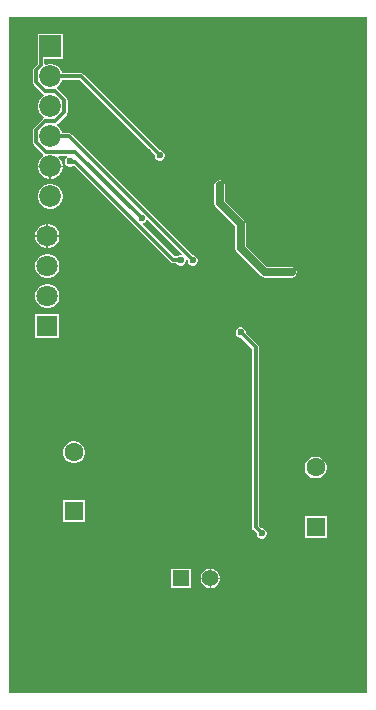
<source format=gbr>
G04*
G04 #@! TF.GenerationSoftware,Altium Limited,Altium Designer,25.7.1 (20)*
G04*
G04 Layer_Physical_Order=2*
G04 Layer_Color=16711680*
%FSLAX44Y44*%
%MOMM*%
G71*
G04*
G04 #@! TF.SameCoordinates,265DE244-54D5-4CCD-A973-AF3357FD315F*
G04*
G04*
G04 #@! TF.FilePolarity,Positive*
G04*
G01*
G75*
%ADD55R,1.8400X1.8400*%
%ADD56C,1.8400*%
%ADD64C,0.6350*%
%ADD66C,0.3048*%
%ADD70C,1.4000*%
%ADD71C,1.8000*%
%ADD72R,1.8000X1.8000*%
%ADD73C,1.6000*%
%ADD74R,1.6000X1.6000*%
%ADD75R,1.4000X1.4000*%
%ADD76C,0.6000*%
G36*
X1770881Y261119D02*
X1467619D01*
Y833621D01*
X1770881D01*
Y261119D01*
D02*
G37*
%LPC*%
G36*
X1512970Y819170D02*
X1492030D01*
Y801299D01*
X1491975Y801024D01*
X1491975Y801024D01*
Y793766D01*
X1488492Y790282D01*
X1487874Y789358D01*
X1487657Y788268D01*
X1487657Y788268D01*
Y778332D01*
X1487657Y778332D01*
X1487874Y777242D01*
X1488492Y776318D01*
X1496224Y768586D01*
X1496828Y768182D01*
X1496951Y767090D01*
X1496873Y766741D01*
X1496071Y766278D01*
X1494122Y764329D01*
X1492744Y761941D01*
X1492030Y759278D01*
Y756522D01*
X1492744Y753859D01*
X1494122Y751471D01*
X1496071Y749522D01*
X1496873Y749059D01*
X1496951Y748710D01*
X1496828Y747618D01*
X1496224Y747214D01*
X1496223Y747214D01*
X1488492Y739482D01*
X1487874Y738558D01*
X1487657Y737468D01*
X1487657Y737468D01*
Y727532D01*
X1487657Y727532D01*
X1487874Y726442D01*
X1488492Y725518D01*
X1496701Y717308D01*
X1496752Y716154D01*
X1496691Y715836D01*
X1496071Y715478D01*
X1494122Y713529D01*
X1492744Y711141D01*
X1492030Y708478D01*
Y707735D01*
X1502500D01*
X1512970D01*
Y708478D01*
X1512256Y711141D01*
X1510878Y713529D01*
X1509431Y714975D01*
X1509958Y716245D01*
X1516624D01*
X1516876Y714975D01*
X1516501Y714820D01*
X1515300Y713619D01*
X1514650Y712049D01*
Y710351D01*
X1515300Y708781D01*
X1516501Y707580D01*
X1518071Y706930D01*
X1519769D01*
X1521339Y707580D01*
X1521828Y708070D01*
X1522528D01*
X1604667Y625930D01*
X1604667Y625930D01*
X1605591Y625313D01*
X1606681Y625096D01*
X1609224D01*
X1609280Y624961D01*
X1610481Y623760D01*
X1612051Y623110D01*
X1613749D01*
X1615319Y623760D01*
X1616520Y624961D01*
X1617170Y626531D01*
Y627094D01*
X1617428Y627389D01*
X1618440Y627790D01*
X1618790Y627467D01*
Y626531D01*
X1619440Y624961D01*
X1620641Y623760D01*
X1622211Y623110D01*
X1623909D01*
X1625479Y623760D01*
X1626680Y624961D01*
X1627330Y626531D01*
Y628229D01*
X1626680Y629799D01*
X1625479Y631000D01*
X1623909Y631650D01*
X1623393D01*
X1520528Y734514D01*
X1519604Y735132D01*
X1518514Y735349D01*
X1518514Y735349D01*
X1512576D01*
X1512256Y736541D01*
X1510878Y738929D01*
X1508929Y740878D01*
X1508127Y741341D01*
X1508049Y741690D01*
X1508172Y742782D01*
X1508776Y743186D01*
X1516508Y750918D01*
X1516508Y750918D01*
X1517126Y751842D01*
X1517343Y752932D01*
X1517343Y752932D01*
Y762868D01*
X1517343Y762868D01*
X1517126Y763958D01*
X1516508Y764882D01*
X1516508Y764883D01*
X1508777Y772614D01*
X1508172Y773018D01*
X1508049Y774110D01*
X1508127Y774459D01*
X1508929Y774922D01*
X1510878Y776871D01*
X1512256Y779259D01*
X1512576Y780451D01*
X1527494D01*
X1590850Y717095D01*
Y715431D01*
X1591500Y713861D01*
X1592701Y712660D01*
X1594271Y712010D01*
X1595969D01*
X1597539Y712660D01*
X1598740Y713861D01*
X1599390Y715431D01*
Y717129D01*
X1598740Y718699D01*
X1597539Y719900D01*
X1595969Y720550D01*
X1595453D01*
X1530688Y785314D01*
X1529764Y785932D01*
X1528674Y786149D01*
X1528674Y786149D01*
X1512576D01*
X1512256Y787341D01*
X1510878Y789729D01*
X1508929Y791678D01*
X1506541Y793056D01*
X1503878Y793770D01*
X1501122D01*
X1498943Y793186D01*
X1497673Y793932D01*
Y798230D01*
X1512970D01*
Y819170D01*
D02*
G37*
G36*
Y706465D02*
X1503135D01*
Y696630D01*
X1503878D01*
X1506541Y697344D01*
X1508929Y698722D01*
X1510878Y700671D01*
X1512256Y703059D01*
X1512970Y705722D01*
Y706465D01*
D02*
G37*
G36*
X1501865D02*
X1492030D01*
Y705722D01*
X1492744Y703059D01*
X1494122Y700671D01*
X1496071Y698722D01*
X1498459Y697344D01*
X1501122Y696630D01*
X1501865D01*
Y706465D01*
D02*
G37*
G36*
X1503878Y692170D02*
X1501122D01*
X1498459Y691457D01*
X1496071Y690078D01*
X1494122Y688129D01*
X1492744Y685741D01*
X1492030Y683078D01*
Y680322D01*
X1492744Y677659D01*
X1494122Y675271D01*
X1496071Y673322D01*
X1498459Y671944D01*
X1501122Y671230D01*
X1503878D01*
X1506541Y671944D01*
X1508929Y673322D01*
X1510878Y675271D01*
X1512256Y677659D01*
X1512970Y680322D01*
Y683078D01*
X1512256Y685741D01*
X1510878Y688129D01*
X1508929Y690078D01*
X1506541Y691457D01*
X1503878Y692170D01*
D02*
G37*
G36*
X1501352Y658370D02*
X1500635D01*
Y648735D01*
X1510270D01*
Y649452D01*
X1509570Y652064D01*
X1508218Y654406D01*
X1506306Y656318D01*
X1503964Y657670D01*
X1501352Y658370D01*
D02*
G37*
G36*
X1499365D02*
X1498648D01*
X1496036Y657670D01*
X1493694Y656318D01*
X1491782Y654406D01*
X1490430Y652064D01*
X1489730Y649452D01*
Y648735D01*
X1499365D01*
Y658370D01*
D02*
G37*
G36*
X1510270Y647465D02*
X1500635D01*
Y637830D01*
X1501352D01*
X1503964Y638530D01*
X1506306Y639882D01*
X1508218Y641794D01*
X1509570Y644136D01*
X1510270Y646748D01*
Y647465D01*
D02*
G37*
G36*
X1499365D02*
X1489730D01*
Y646748D01*
X1490430Y644136D01*
X1491782Y641794D01*
X1493694Y639882D01*
X1496036Y638530D01*
X1498648Y637830D01*
X1499365D01*
Y647465D01*
D02*
G37*
G36*
X1645920Y695412D02*
X1644186Y695067D01*
X1642715Y694085D01*
X1641733Y692614D01*
X1641388Y690880D01*
Y675640D01*
X1641733Y673906D01*
X1642715Y672435D01*
X1659168Y655983D01*
Y637540D01*
X1659513Y635806D01*
X1660495Y634335D01*
X1680815Y614015D01*
X1682286Y613033D01*
X1684020Y612688D01*
X1684020Y612688D01*
X1706880D01*
X1708614Y613033D01*
X1710085Y614015D01*
X1711067Y615486D01*
X1711412Y617220D01*
X1711067Y618954D01*
X1710085Y620425D01*
X1708614Y621407D01*
X1706880Y621752D01*
X1685897D01*
X1668232Y639417D01*
Y657860D01*
X1667887Y659594D01*
X1666905Y661065D01*
X1666905Y661065D01*
X1650452Y677517D01*
Y690880D01*
X1650107Y692614D01*
X1649125Y694085D01*
X1647654Y695067D01*
X1645920Y695412D01*
D02*
G37*
G36*
X1501352Y632970D02*
X1498648D01*
X1496036Y632270D01*
X1493694Y630918D01*
X1491782Y629006D01*
X1490430Y626664D01*
X1489730Y624052D01*
Y621348D01*
X1490430Y618736D01*
X1491782Y616394D01*
X1493694Y614482D01*
X1496036Y613130D01*
X1498648Y612430D01*
X1501352D01*
X1503964Y613130D01*
X1506306Y614482D01*
X1508218Y616394D01*
X1509570Y618736D01*
X1510270Y621348D01*
Y624052D01*
X1509570Y626664D01*
X1508218Y629006D01*
X1506306Y630918D01*
X1503964Y632270D01*
X1501352Y632970D01*
D02*
G37*
G36*
Y607570D02*
X1498648D01*
X1496036Y606870D01*
X1493694Y605518D01*
X1491782Y603606D01*
X1490430Y601264D01*
X1489730Y598652D01*
Y595948D01*
X1490430Y593336D01*
X1491782Y590994D01*
X1493694Y589082D01*
X1496036Y587730D01*
X1498648Y587030D01*
X1501352D01*
X1503964Y587730D01*
X1506306Y589082D01*
X1508218Y590994D01*
X1509570Y593336D01*
X1510270Y595948D01*
Y598652D01*
X1509570Y601264D01*
X1508218Y603606D01*
X1506306Y605518D01*
X1503964Y606870D01*
X1501352Y607570D01*
D02*
G37*
G36*
X1510270Y582170D02*
X1489730D01*
Y561630D01*
X1510270D01*
Y582170D01*
D02*
G37*
G36*
X1523720Y474270D02*
X1521280D01*
X1518922Y473638D01*
X1516808Y472418D01*
X1515082Y470692D01*
X1513862Y468578D01*
X1513230Y466220D01*
Y463780D01*
X1513862Y461422D01*
X1515082Y459308D01*
X1516808Y457582D01*
X1518922Y456362D01*
X1521280Y455730D01*
X1523720D01*
X1526078Y456362D01*
X1528192Y457582D01*
X1529918Y459308D01*
X1531138Y461422D01*
X1531770Y463780D01*
Y466220D01*
X1531138Y468578D01*
X1529918Y470692D01*
X1528192Y472418D01*
X1526078Y473638D01*
X1523720Y474270D01*
D02*
G37*
G36*
X1728420Y461390D02*
X1725980D01*
X1723622Y460758D01*
X1721508Y459538D01*
X1719782Y457812D01*
X1718562Y455698D01*
X1717930Y453340D01*
Y450900D01*
X1718562Y448542D01*
X1719782Y446428D01*
X1721508Y444702D01*
X1723622Y443482D01*
X1725980Y442850D01*
X1728420D01*
X1730778Y443482D01*
X1732892Y444702D01*
X1734618Y446428D01*
X1735838Y448542D01*
X1736470Y450900D01*
Y453340D01*
X1735838Y455698D01*
X1734618Y457812D01*
X1732892Y459538D01*
X1730778Y460758D01*
X1728420Y461390D01*
D02*
G37*
G36*
X1531770Y424270D02*
X1513230D01*
Y405730D01*
X1531770D01*
Y424270D01*
D02*
G37*
G36*
X1736470Y411390D02*
X1717930D01*
Y392850D01*
X1736470D01*
Y411390D01*
D02*
G37*
G36*
X1664549Y570690D02*
X1662851D01*
X1661281Y570040D01*
X1660080Y568839D01*
X1659430Y567269D01*
Y565571D01*
X1660080Y564001D01*
X1661281Y562800D01*
X1662851Y562150D01*
X1663941D01*
X1673551Y552540D01*
Y401320D01*
X1673551Y401320D01*
X1673768Y400230D01*
X1674386Y399306D01*
X1677210Y396481D01*
Y395391D01*
X1677860Y393821D01*
X1679061Y392620D01*
X1680631Y391970D01*
X1682329D01*
X1683899Y392620D01*
X1685100Y393821D01*
X1685750Y395391D01*
Y397089D01*
X1685100Y398659D01*
X1683899Y399860D01*
X1682329Y400510D01*
X1681239D01*
X1679249Y402500D01*
Y553720D01*
X1679249Y553720D01*
X1679032Y554810D01*
X1678414Y555734D01*
X1678414Y555734D01*
X1667970Y566179D01*
Y567269D01*
X1667320Y568839D01*
X1666119Y570040D01*
X1664549Y570690D01*
D02*
G37*
G36*
X1639189Y366410D02*
X1638735D01*
Y358775D01*
X1646370D01*
Y359229D01*
X1645806Y361332D01*
X1644718Y363218D01*
X1643178Y364758D01*
X1641292Y365846D01*
X1639189Y366410D01*
D02*
G37*
G36*
X1637465D02*
X1637011D01*
X1634908Y365846D01*
X1633022Y364758D01*
X1631482Y363218D01*
X1630394Y361332D01*
X1629830Y359229D01*
Y358775D01*
X1637465D01*
Y366410D01*
D02*
G37*
G36*
X1646370Y357505D02*
X1638735D01*
Y349870D01*
X1639189D01*
X1641292Y350434D01*
X1643178Y351522D01*
X1644718Y353062D01*
X1645806Y354948D01*
X1646370Y357051D01*
Y357505D01*
D02*
G37*
G36*
X1637465D02*
X1629830D01*
Y357051D01*
X1630394Y354948D01*
X1631482Y353062D01*
X1633022Y351522D01*
X1634908Y350434D01*
X1637011Y349870D01*
X1637465D01*
Y357505D01*
D02*
G37*
G36*
X1621370Y366410D02*
X1604830D01*
Y349870D01*
X1621370D01*
Y366410D01*
D02*
G37*
%LPD*%
G36*
X1614162Y632823D02*
X1613952Y632227D01*
X1613539Y631650D01*
X1612051D01*
X1610481Y631000D01*
X1610275Y630794D01*
X1607861D01*
X1581158Y657497D01*
X1581473Y658978D01*
X1582299Y659320D01*
X1583500Y660521D01*
X1583842Y661347D01*
X1585323Y661662D01*
X1614162Y632823D01*
D02*
G37*
D55*
X1502500Y808700D02*
D03*
D56*
Y783300D02*
D03*
Y757900D02*
D03*
Y732500D02*
D03*
Y707100D02*
D03*
Y681700D02*
D03*
D64*
X1645920Y675640D02*
X1663700Y657860D01*
X1645920Y675640D02*
Y690880D01*
X1684020Y617220D02*
X1706880D01*
X1663700Y637540D02*
Y657860D01*
Y637540D02*
X1684020Y617220D01*
D66*
X1518920Y710918D02*
X1523708D01*
X1595120Y716280D02*
Y716854D01*
X1528674Y783300D02*
X1595120Y716854D01*
X1502500Y783300D02*
X1528674D01*
X1623060Y627380D02*
Y627954D01*
X1502500Y732500D02*
X1518514D01*
X1623060Y627954D01*
X1514494Y752932D02*
Y762868D01*
X1506762Y770600D02*
X1514494Y762868D01*
X1506762Y745200D02*
X1514494Y752932D01*
X1523726Y719094D02*
X1579880Y662940D01*
X1494824Y801024D02*
X1502500Y808700D01*
X1490506Y778332D02*
X1498238Y770600D01*
X1494824Y792586D02*
Y801024D01*
X1490506Y788268D02*
X1494824Y792586D01*
X1490506Y778332D02*
Y788268D01*
X1498238Y770600D02*
X1506762D01*
X1498238Y745200D02*
X1506762D01*
X1498944Y719094D02*
X1523726D01*
X1490506Y727532D02*
Y737468D01*
X1498238Y745200D01*
X1490506Y727532D02*
X1498944Y719094D01*
X1523708Y710918D02*
X1606681Y627945D01*
X1676400Y401320D02*
X1681480Y396240D01*
X1663700Y566420D02*
X1676400Y553720D01*
Y401320D02*
Y553720D01*
X1612335Y627945D02*
X1612900Y627380D01*
X1606681Y627945D02*
X1612335D01*
D70*
X1638100Y358140D02*
D03*
D71*
X1500000Y648100D02*
D03*
Y622700D02*
D03*
Y597300D02*
D03*
D72*
Y571900D02*
D03*
D73*
X1727200Y452120D02*
D03*
X1522500Y465000D02*
D03*
D74*
X1727200Y402120D02*
D03*
X1522500Y415000D02*
D03*
D75*
X1613100Y358140D02*
D03*
D76*
X1554480Y731520D02*
D03*
X1518920Y711200D02*
D03*
X1666240Y464820D02*
D03*
X1595120Y716280D02*
D03*
X1686560Y568960D02*
D03*
X1651000Y566420D02*
D03*
X1741500Y535000D02*
D03*
X1635760Y678180D02*
D03*
X1633220Y713740D02*
D03*
X1738630Y271780D02*
D03*
X1713230D02*
D03*
X1725930D02*
D03*
X1661160Y515620D02*
D03*
X1652500Y440000D02*
D03*
X1620520Y802640D02*
D03*
X1584960Y718820D02*
D03*
Y581660D02*
D03*
X1582420Y543560D02*
D03*
X1572500Y437500D02*
D03*
X1544320Y662940D02*
D03*
X1546860Y528320D02*
D03*
X1706880Y617220D02*
D03*
X1645920Y690880D02*
D03*
X1623060Y627380D02*
D03*
X1579880Y662940D02*
D03*
X1681480Y396240D02*
D03*
X1663700Y566420D02*
D03*
X1612900Y627380D02*
D03*
M02*

</source>
